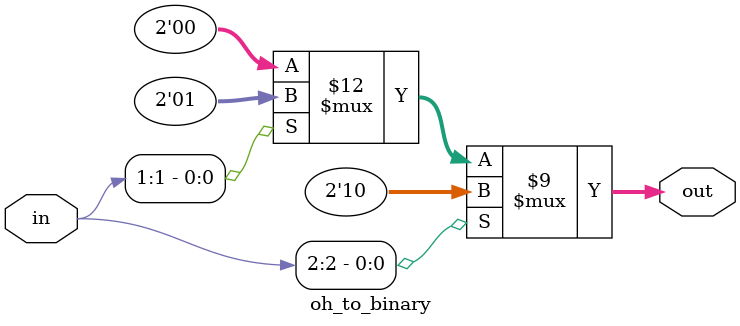
<source format=sv>
`timescale 1ns/1ps

module oh_to_binary  
#(
  parameter INPUT_WIDTH = 3,
  localparam OUT_WIDTH = $clog2(INPUT_WIDTH)
) (
  input wire [INPUT_WIDTH-1:0] in,
  output logic [OUT_WIDTH-1:0] out
);

  always_comb
  begin
    out = '0;

    for (int i = 0; i < INPUT_WIDTH; i++)
    begin
      if (in[i] == '1)
      begin
        out = OUT_WIDTH'(i);
      end
    end
  end

endmodule

</source>
